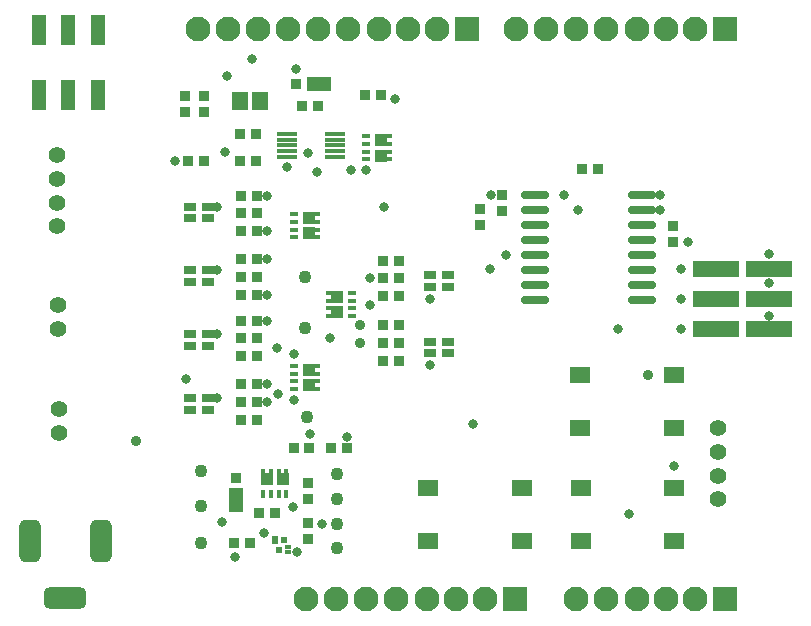
<source format=gts>
%FSTAX24Y24*%
%MOIN*%
%SFA1B1*%

%IPPOS*%
%AMD104*
4,1,8,0.016700,0.070800,-0.016700,0.070800,-0.035400,0.052100,-0.035400,-0.052100,-0.016700,-0.070800,0.016700,-0.070800,0.035400,-0.052100,0.035400,0.052100,0.016700,0.070800,0.0*
1,1,0.037400,0.016700,0.052100*
1,1,0.037400,-0.016700,0.052100*
1,1,0.037400,-0.016700,-0.052100*
1,1,0.037400,0.016700,-0.052100*
%
%AMD105*
4,1,8,0.070800,-0.016700,0.070800,0.016700,0.052100,0.035400,-0.052100,0.035400,-0.070800,0.016700,-0.070800,-0.016700,-0.052100,-0.035400,0.052100,-0.035400,0.070800,-0.016700,0.0*
1,1,0.037400,0.052100,-0.016700*
1,1,0.037400,0.052100,0.016700*
1,1,0.037400,-0.052100,0.016700*
1,1,0.037400,-0.052100,-0.016700*
%
%ADD43C,0.031500*%
%ADD79R,0.019700X0.011800*%
%ADD80R,0.023600X0.023600*%
%ADD81R,0.041100X0.043300*%
%ADD82R,0.041200X0.043300*%
%ADD83R,0.015700X0.031500*%
%ADD84R,0.043300X0.041100*%
%ADD85R,0.043300X0.041200*%
%ADD86R,0.031500X0.015700*%
%ADD87R,0.035400X0.033500*%
%ADD88R,0.033500X0.035400*%
%ADD89R,0.153900X0.053900*%
%ADD90R,0.065000X0.055100*%
%ADD91R,0.051200X0.102400*%
%ADD92O,0.094500X0.027600*%
%ADD93O,0.070900X0.015700*%
%ADD94R,0.055100X0.063000*%
%ADD95R,0.082700X0.047200*%
%ADD96R,0.035400X0.035400*%
%ADD97R,0.039400X0.031500*%
%ADD98C,0.043300*%
%ADD99R,0.035400X0.035400*%
%ADD100R,0.047200X0.082700*%
%ADD101C,0.055100*%
%ADD102C,0.082700*%
%ADD103R,0.082700X0.082700*%
G04~CAMADD=104~8~0.0~0.0~709.0~1417.0~187.0~0.0~15~0.0~0.0~0.0~0.0~0~0.0~0.0~0.0~0.0~0~0.0~0.0~0.0~0.0~709.0~1417.0*
%ADD104D104*%
G04~CAMADD=105~8~0.0~0.0~709.0~1417.0~187.0~0.0~15~0.0~0.0~0.0~0.0~0~0.0~0.0~0.0~0.0~0~0.0~0.0~0.0~270.0~1416.0~708.0*
%ADD105D105*%
%ADD106C,0.035400*%
%LNvapeixshield-1*%
%LPD*%
G54D43*
X030097Y039408D03*
X043804Y042958D03*
X046485Y04256D03*
X046491Y041562D03*
X043567Y040055D03*
Y041055D03*
X043572Y042055D03*
X027056Y038394D03*
X030138Y037867D03*
X033065Y045328D03*
X030422Y04545D03*
X031435Y045288D03*
X030728Y048697D03*
X029246Y049059D03*
X043317Y035474D03*
X041452Y040057D03*
X034031Y047721D03*
X032571Y045328D03*
X033194Y040835D03*
Y041736D03*
X030746Y032616D03*
X037194Y042044D03*
X040124Y044001D03*
X028354Y045937D03*
X033666Y044112D03*
X028435Y048491D03*
X031111Y045896D03*
X031585Y033558D03*
X030665Y037664D03*
X031192Y036529D03*
X028678Y032433D03*
X041817Y033893D03*
X039667Y044501D03*
X031864Y039733D03*
X03519Y038836D03*
Y041047D03*
X046491Y040492D03*
X037732Y042501D03*
X037228Y044511D03*
X042871Y044001D03*
Y044501D03*
X032431Y03643D03*
X030613Y034096D03*
X028272Y033609D03*
X030665Y039205D03*
X029651Y033244D03*
X02975Y037604D03*
Y038195D03*
Y040321D03*
Y041187D03*
Y042368D03*
Y043313D03*
Y044494D03*
X028101Y037739D03*
Y039864D03*
Y041995D03*
Y044121D03*
X026691Y045637D03*
X036626Y036894D03*
G54D79*
X030457Y032616D03*
Y032776D03*
X030027Y033093D03*
Y032933D03*
G54D80*
X03015Y032694D03*
X030313Y033021D03*
G54D81*
X030278Y03504D03*
G54D82*
X029768Y03504D03*
G54D83*
X029641Y03453D03*
X029896D03*
X030407D03*
X030151D03*
Y035255D03*
X030407D03*
X029896D03*
X029641D03*
G54D84*
X033575Y045826D03*
X031175Y038177D03*
X032079Y041118D03*
X031175Y043229D03*
G54D85*
X033575Y046337D03*
X031175Y038687D03*
X032079Y040608D03*
X031175Y043739D03*
G54D86*
X033065Y046464D03*
Y046209D03*
Y045698D03*
Y045954D03*
X03379D03*
Y045698D03*
Y046209D03*
Y046464D03*
X030665Y038814D03*
Y038559D03*
Y038048D03*
Y038304D03*
X03139D03*
Y038048D03*
Y038559D03*
Y038814D03*
X032589Y040481D03*
Y040736D03*
Y041247D03*
Y040991D03*
X031864D03*
Y041247D03*
Y040736D03*
Y040481D03*
X030665Y043867D03*
Y043612D03*
Y043101D03*
Y043357D03*
X03139D03*
Y043101D03*
Y043612D03*
Y043867D03*
G54D87*
X037598Y044511D03*
Y043979D03*
X043307Y042958D03*
Y043489D03*
X03685Y043509D03*
Y044041D03*
X027671Y047282D03*
Y047814D03*
X027041D03*
Y047282D03*
X031138Y034921D03*
Y034389D03*
Y033044D03*
Y033575D03*
G54D88*
X040246Y045389D03*
X040778D03*
X028858Y045653D03*
X02939D03*
X033567Y047843D03*
X033035D03*
X030926Y047478D03*
X031458D03*
X027131Y045637D03*
X027663D03*
X028858Y046545D03*
X02939D03*
X033625Y041736D03*
X034156D03*
X033625Y042326D03*
X034156D03*
X033625Y041145D03*
X034156D03*
X033625Y03957D03*
X034156D03*
X033625Y040161D03*
X034156D03*
X033625Y03898D03*
X034156D03*
X029432Y037014D03*
X0289D03*
X029432Y037604D03*
X0289D03*
X029432Y03914D03*
X0289D03*
X029432Y038195D03*
X0289D03*
X029432Y03973D03*
X0289D03*
X029432Y040321D03*
X0289D03*
X029432Y041187D03*
X0289D03*
X029432Y041778D03*
X0289D03*
X029432Y042368D03*
X0289D03*
X029432Y043904D03*
X0289D03*
X029432Y043313D03*
X0289D03*
X029432Y044494D03*
X0289D03*
X030025Y033899D03*
X029493D03*
X029207Y032915D03*
X028675D03*
X031174Y036083D03*
X030643D03*
X032431D03*
X0319D03*
G54D89*
X046491Y040055D03*
X044741D03*
X046491Y041055D03*
X044741D03*
X046491Y042055D03*
X044741D03*
G54D90*
X040212Y03297D03*
X043342D03*
Y034742D03*
X040212D03*
X0402Y036734D03*
X04333D03*
Y038506D03*
X0402D03*
X035133Y032964D03*
X038263D03*
Y034736D03*
X035133D03*
G54D91*
X022147Y047853D03*
X024116D03*
X023131D03*
Y050019D03*
X024116D03*
X022147D03*
G54D92*
X038676Y044501D03*
Y044001D03*
Y043501D03*
Y043001D03*
Y042501D03*
Y042001D03*
Y041501D03*
Y041001D03*
X042259Y044501D03*
Y044001D03*
Y043501D03*
Y043001D03*
Y042501D03*
Y042001D03*
Y041501D03*
Y041001D03*
G54D93*
X032037Y045769D03*
Y045965D03*
Y046162D03*
Y046359D03*
Y046556D03*
X030422Y045769D03*
Y045965D03*
Y046162D03*
Y046359D03*
Y046556D03*
G54D94*
X02887Y04764D03*
X02954D03*
G54D95*
X031476Y048207D03*
G54D96*
X030728Y048207D03*
G54D97*
X027788Y039864D03*
Y039471D03*
X027198Y039864D03*
Y039471D03*
X027788Y041995D03*
Y041602D03*
X027198Y041995D03*
Y041602D03*
X027788Y037739D03*
Y037346D03*
X027198Y037739D03*
Y037346D03*
X027788Y044121D03*
Y043728D03*
X027198Y044121D03*
Y043728D03*
X03519Y041442D03*
Y041835D03*
X03578Y041442D03*
Y041835D03*
X03519Y039231D03*
Y039624D03*
X03578Y039231D03*
Y039624D03*
G54D98*
X031101Y037124D03*
X031019Y041767D03*
Y040083D03*
X027552Y035323D03*
Y032909D03*
Y034136D03*
X032095Y033558D03*
X032085Y034374D03*
Y035202D03*
Y032758D03*
G54D99*
X028733Y035081D03*
G54D100*
X028733Y034333D03*
G54D101*
X044777Y035946D03*
Y036733D03*
Y035158D03*
Y034371D03*
X022799Y040841D03*
Y040054D03*
X022809Y037372D03*
Y036585D03*
X022768Y045831D03*
Y045043D03*
Y043468D03*
Y044256D03*
G54D102*
X031468Y050055D03*
X032468D03*
X033483D03*
X034468D03*
X035436D03*
X030468D03*
X029468D03*
X028468D03*
X027468D03*
X038068D03*
X039068D03*
X044036D03*
X043068D03*
X042083D03*
X041068D03*
X040068D03*
X031068Y031055D03*
X032068D03*
X037036D03*
X036068D03*
X035083D03*
X034068D03*
X033068D03*
X040068D03*
X041068D03*
X042083D03*
X043068D03*
X044036D03*
G54D103*
X036436Y050055D03*
X045036D03*
X038036Y031055D03*
X045036D03*
G54D104*
X021857Y032972D03*
X024219D03*
G54D105*
X023038Y031083D03*
G54D106*
X032855Y040161D03*
Y03957D03*
X042465Y038516D03*
X025393Y036326D03*
M02*
</source>
